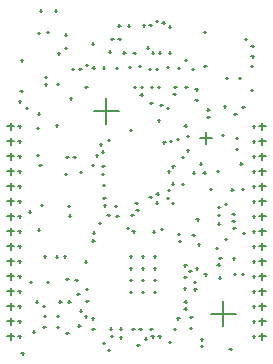
<source format=gbr>
%TF.GenerationSoftware,Altium Limited,Altium Designer,20.1.11 (218)*%
G04 Layer_Color=128*
%FSLAX26Y26*%
%MOIN*%
%TF.SameCoordinates,F1652399-7491-40A6-9504-01A14B245E9D*%
%TF.FilePolarity,Positive*%
%TF.FileFunction,Drillmap*%
%TF.Part,Single*%
G01*
G75*
%TA.AperFunction,NonConductor*%
%ADD81C,0.005000*%
D81*
X630473Y749058D02*
X670473D01*
X650473Y729058D02*
Y769058D01*
X-11811Y88190D02*
X11811D01*
X0Y76379D02*
Y100001D01*
X-11811Y138190D02*
X11811D01*
X0Y126379D02*
Y150001D01*
X-11811Y188190D02*
X11811D01*
X0Y176379D02*
Y200001D01*
X-11811Y238190D02*
X11811D01*
X0Y226379D02*
Y250001D01*
X-11811Y288190D02*
X11811D01*
X0Y276379D02*
Y300001D01*
X-11811Y338190D02*
X11811D01*
X0Y326379D02*
Y350001D01*
X-11811Y388190D02*
X11811D01*
X0Y376379D02*
Y400001D01*
X-11811Y438190D02*
X11811D01*
X0Y426379D02*
Y450001D01*
X-11811Y488190D02*
X11811D01*
X0Y476379D02*
Y500001D01*
X-11811Y538190D02*
X11811D01*
X0Y526379D02*
Y550001D01*
X-11811Y588190D02*
X11811D01*
X0Y576379D02*
Y600001D01*
X-11811Y638190D02*
X11811D01*
X0Y626379D02*
Y650001D01*
X-11811Y688190D02*
X11811D01*
X0Y676379D02*
Y700001D01*
X-11811Y738190D02*
X11811D01*
X0Y726379D02*
Y750001D01*
X-11811Y788190D02*
X11811D01*
X0Y776379D02*
Y800001D01*
X826772Y88190D02*
X850394D01*
X838583Y76379D02*
Y100001D01*
X826772Y138190D02*
X850394D01*
X838583Y126379D02*
Y150001D01*
X826772Y188190D02*
X850394D01*
X838583Y176379D02*
Y200001D01*
X826772Y238190D02*
X850394D01*
X838583Y226379D02*
Y250001D01*
X826772Y288190D02*
X850394D01*
X838583Y276379D02*
Y300001D01*
X826772Y338190D02*
X850394D01*
X838583Y326379D02*
Y350001D01*
X826772Y388190D02*
X850394D01*
X838583Y376379D02*
Y400001D01*
X826772Y438190D02*
X850394D01*
X838583Y426379D02*
Y450001D01*
X826772Y488190D02*
X850394D01*
X838583Y476379D02*
Y500001D01*
X826772Y538190D02*
X850394D01*
X838583Y526379D02*
Y550001D01*
X826772Y588190D02*
X850394D01*
X838583Y576379D02*
Y600001D01*
X826772Y638190D02*
X850394D01*
X838583Y626379D02*
Y650001D01*
X826772Y688190D02*
X850394D01*
X838583Y676379D02*
Y700001D01*
X826772Y738190D02*
X850394D01*
X838583Y726379D02*
Y750001D01*
X826772Y788190D02*
X850394D01*
X838583Y776379D02*
Y800001D01*
X665924Y164058D02*
X750924D01*
X708424Y121558D02*
Y206558D01*
X275924Y839058D02*
X360924D01*
X318424Y796558D02*
Y881558D01*
X492621Y1033925D02*
X500495D01*
X496558Y1029987D02*
Y1037861D01*
X107063Y188456D02*
X114937D01*
X111000Y184519D02*
Y192393D01*
X181097Y629458D02*
X188971D01*
X185034Y625521D02*
Y633395D01*
X310187Y525058D02*
X318061D01*
X314124Y521121D02*
Y528995D01*
X570421Y597000D02*
X578295D01*
X574358Y593063D02*
Y600937D01*
X215487Y277058D02*
X223361D01*
X219424Y273121D02*
Y280995D01*
X292415Y466986D02*
X300289D01*
X296352Y463049D02*
Y470923D01*
X553705Y747067D02*
X561579D01*
X557642Y743130D02*
Y751004D01*
X184487Y685388D02*
X192361D01*
X188424Y681451D02*
Y689325D01*
X389767Y1124058D02*
X397641D01*
X393704Y1120121D02*
Y1127995D01*
X520987Y987058D02*
X528861D01*
X524924Y983121D02*
Y990995D01*
X229787Y636158D02*
X237661D01*
X233724Y632221D02*
Y640095D01*
X270887Y658958D02*
X278761D01*
X274824Y655021D02*
Y662895D01*
X101063Y525628D02*
X108937D01*
X105000Y521691D02*
Y529565D01*
X94487Y659058D02*
X102361D01*
X98424Y655121D02*
Y662995D01*
X586705Y708000D02*
X594579D01*
X590642Y704063D02*
Y711937D01*
X586705Y756000D02*
X594579D01*
X590642Y752063D02*
Y759937D01*
X530988Y739000D02*
X538862D01*
X534925Y735063D02*
Y742937D01*
X161417Y204058D02*
X169291D01*
X165354Y200121D02*
Y207995D01*
X324063Y42000D02*
X331937D01*
X328000Y38063D02*
Y45937D01*
X307063Y67000D02*
X314937D01*
X311000Y63063D02*
Y70937D01*
X208661Y685388D02*
X216536D01*
X212599Y681451D02*
Y689325D01*
X308187Y550058D02*
X316061D01*
X312124Y546121D02*
Y553995D01*
X322065Y491991D02*
X329939D01*
X326002Y488054D02*
Y495928D01*
X543063Y112000D02*
X550937D01*
X547000Y108063D02*
Y115937D01*
X597487Y117058D02*
X605361D01*
X601424Y113121D02*
Y120995D01*
X615157Y911418D02*
X623031D01*
X619094Y907481D02*
Y915355D01*
X581647Y919058D02*
X589521D01*
X585584Y915121D02*
Y922995D01*
X395997Y776066D02*
X403871D01*
X399934Y772129D02*
Y780003D01*
X741127Y449658D02*
X749001D01*
X745064Y445721D02*
Y453595D01*
X739063Y348000D02*
X746937D01*
X743000Y344063D02*
Y351937D01*
X684092Y382560D02*
X691966D01*
X688029Y378623D02*
Y386497D01*
X714063Y413000D02*
X721937D01*
X718000Y409063D02*
Y416937D01*
X86617Y692918D02*
X94491D01*
X90554Y688981D02*
Y696855D01*
X120566Y1102979D02*
X128440D01*
X124503Y1099043D02*
Y1106917D01*
X179487Y1094058D02*
X187361D01*
X183424Y1090121D02*
Y1097995D01*
X157477Y1031498D02*
X165351D01*
X161414Y1027561D02*
Y1035435D01*
X203063Y979000D02*
X210937D01*
X207000Y975063D02*
Y982937D01*
X491063Y808000D02*
X498937D01*
X495000Y804063D02*
Y811937D01*
X537346Y597345D02*
X545220D01*
X541283Y593408D02*
Y601282D01*
X500487Y446058D02*
X508361D01*
X504424Y442121D02*
Y449995D01*
X537705Y531775D02*
X545579D01*
X541642Y527838D02*
Y535712D01*
X346487Y523426D02*
X354361D01*
X350424Y519489D02*
Y527363D01*
X482346Y534258D02*
X490221D01*
X486284Y530321D02*
Y538195D01*
X351587Y490058D02*
X359461D01*
X355524Y486121D02*
Y493995D01*
X150705Y791265D02*
X158579D01*
X154642Y787328D02*
Y795202D01*
X615157Y875988D02*
X623031D01*
X619094Y872051D02*
Y879925D01*
X485063Y564000D02*
X492937D01*
X489000Y560063D02*
Y567937D01*
X523063Y638000D02*
X530937D01*
X527000Y634063D02*
Y641937D01*
X473756Y437817D02*
X481630D01*
X477693Y433880D02*
Y441754D01*
X386063Y450000D02*
X393937D01*
X390000Y446063D02*
Y453937D01*
X405339Y437980D02*
X413213D01*
X409276Y434043D02*
Y441917D01*
X401487Y492058D02*
X409361D01*
X405424Y488121D02*
Y495995D01*
X606777Y634058D02*
X614651D01*
X610714Y630121D02*
Y637995D01*
X569063Y687000D02*
X576937D01*
X573000Y683063D02*
Y690937D01*
X703063Y760000D02*
X710937D01*
X707000Y756063D02*
Y763937D01*
X578705Y791067D02*
X586579D01*
X582642Y787130D02*
Y795004D01*
X654487Y844058D02*
X662361D01*
X658424Y840121D02*
Y847995D01*
X663387Y579758D02*
X671261D01*
X667324Y575821D02*
Y583695D01*
X687207Y639058D02*
X695081D01*
X691144Y635121D02*
Y642995D01*
X179487Y1049068D02*
X187361D01*
X183424Y1045131D02*
Y1053005D01*
X358267Y1124058D02*
X366141D01*
X362204Y1120121D02*
Y1127995D01*
X273187Y434358D02*
X281061D01*
X277124Y430421D02*
Y438295D01*
X618787Y477958D02*
X626661D01*
X622724Y474021D02*
Y481895D01*
X323063Y742000D02*
X330937D01*
X327000Y738063D02*
Y745937D01*
X538093Y655034D02*
X545967D01*
X542030Y651097D02*
Y658971D01*
X523627Y575481D02*
X531501D01*
X527564Y571544D02*
Y579418D01*
X304387Y629458D02*
X312261D01*
X308324Y625521D02*
Y633395D01*
X498063Y860000D02*
X505937D01*
X502000Y856063D02*
Y863937D01*
X542098Y895368D02*
X549972D01*
X546035Y891431D02*
Y899305D01*
X464643Y865304D02*
X472517D01*
X468580Y861367D02*
Y869241D01*
X432063Y894000D02*
X439937D01*
X436000Y890063D02*
Y897937D01*
X519487Y849048D02*
X527361D01*
X523424Y845111D02*
Y852985D01*
X304737Y656794D02*
X312611D01*
X308674Y652857D02*
Y660731D01*
X466647Y919928D02*
X474521D01*
X470584Y915991D02*
Y923865D01*
X304063Y704000D02*
X311937D01*
X308000Y700063D02*
Y707937D01*
X297063Y728000D02*
X304937D01*
X301000Y724063D02*
Y731937D01*
X520063Y550000D02*
X527937D01*
X524000Y546063D02*
Y553937D01*
X490237Y919008D02*
X498111D01*
X494174Y915071D02*
Y922945D01*
X508063Y735000D02*
X515937D01*
X512000Y731063D02*
Y738937D01*
X462063Y553000D02*
X469937D01*
X466000Y549063D02*
Y556937D01*
X415203Y531774D02*
X423077D01*
X419140Y527837D02*
Y535712D01*
X418487Y509058D02*
X426361D01*
X422424Y505121D02*
Y512995D01*
X271657Y407748D02*
X279531D01*
X275594Y403811D02*
Y411685D01*
X193787Y491058D02*
X201661D01*
X197724Y487121D02*
Y494995D01*
X306987Y592558D02*
X314861D01*
X310924Y588621D02*
Y596495D01*
X283279Y691366D02*
X291153D01*
X287216Y687429D02*
Y695303D01*
X25617Y138188D02*
X33491D01*
X29554Y134251D02*
Y142125D01*
X25617Y238188D02*
X33491D01*
X29554Y234251D02*
Y242125D01*
X25617Y288188D02*
X33491D01*
X29554Y284251D02*
Y292125D01*
X25617Y388188D02*
X33491D01*
X29554Y384251D02*
Y392125D01*
X25617Y438188D02*
X33491D01*
X29554Y434251D02*
Y442125D01*
X25617Y538188D02*
X33491D01*
X29554Y534251D02*
Y542125D01*
X25617Y638188D02*
X33491D01*
X29554Y634251D02*
Y642125D01*
X25617Y688188D02*
X33491D01*
X29554Y684251D02*
Y692125D01*
X25617Y788188D02*
X33491D01*
X29554Y784251D02*
Y792125D01*
X27197Y871338D02*
X35071D01*
X31134Y867401D02*
Y875275D01*
X34063Y1008000D02*
X41937D01*
X38000Y1004063D02*
Y1011937D01*
X110237Y155518D02*
X118111D01*
X114174Y151581D02*
Y159455D01*
X108237Y120078D02*
X116111D01*
X112174Y116141D02*
Y124015D01*
X82677Y204058D02*
X90551D01*
X86614Y200121D02*
Y207995D01*
X108987Y354558D02*
X116861D01*
X112924Y350621D02*
Y358495D01*
X89487Y444058D02*
X97361D01*
X93424Y440121D02*
Y447995D01*
X86617Y783468D02*
X94491D01*
X90554Y779531D02*
Y787405D01*
X113887Y928158D02*
X121761D01*
X117824Y924221D02*
Y932095D01*
X113962Y952274D02*
X121836D01*
X117899Y948337D02*
Y956211D01*
X89487Y1099058D02*
X97361D01*
X93424Y1095121D02*
Y1102995D01*
X96457Y1174058D02*
X104331D01*
X100394Y1170121D02*
Y1177995D01*
X153547Y155518D02*
X161421D01*
X157484Y151581D02*
Y159455D01*
X153547Y120078D02*
X161421D01*
X157484Y116141D02*
Y124015D01*
X191327Y204058D02*
X199201D01*
X195264Y200121D02*
Y207995D01*
X184487Y279058D02*
X192361D01*
X188424Y275121D02*
Y282995D01*
X177487Y355058D02*
X185361D01*
X181424Y351121D02*
Y358995D01*
X149487Y354058D02*
X157361D01*
X153424Y350121D02*
Y357995D01*
X191063Y522000D02*
X198937D01*
X195000Y518063D02*
Y525937D01*
X196777Y881348D02*
X204651D01*
X200714Y877411D02*
Y885285D01*
X153571Y930492D02*
X161445D01*
X157508Y926555D02*
Y934429D01*
X271657Y113348D02*
X279531D01*
X275594Y109411D02*
Y117285D01*
X270487Y148058D02*
X278361D01*
X274424Y144121D02*
Y151995D01*
X247487Y155058D02*
X255361D01*
X251424Y151121D02*
Y158995D01*
X251487Y206698D02*
X259361D01*
X255424Y202761D02*
Y210635D01*
X248037Y919058D02*
X255911D01*
X251974Y915121D02*
Y922995D01*
X249487Y993458D02*
X257361D01*
X253424Y989521D02*
Y997395D01*
X329487Y114058D02*
X337361D01*
X333424Y110121D02*
Y117995D01*
X326687Y1037458D02*
X334561D01*
X330624Y1033521D02*
Y1041395D01*
X334487Y1080058D02*
X342361D01*
X338424Y1076121D02*
Y1083995D01*
X358487Y1079058D02*
X366361D01*
X362424Y1075121D02*
Y1082995D01*
X421267Y59058D02*
X429141D01*
X425204Y55121D02*
Y62995D01*
X397637Y236228D02*
X405511D01*
X401574Y232291D02*
Y240165D01*
X437007Y236228D02*
X444881D01*
X440944Y232291D02*
Y240165D01*
X397637Y314968D02*
X405511D01*
X401574Y311031D02*
Y318905D01*
X397637Y275598D02*
X405511D01*
X401574Y271661D02*
Y279535D01*
X437007Y314968D02*
X444881D01*
X440944Y311031D02*
Y318905D01*
X437007Y275598D02*
X444881D01*
X440944Y271661D02*
Y279535D01*
X397637Y354968D02*
X405511D01*
X401574Y351031D02*
Y358905D01*
X437007Y354968D02*
X444881D01*
X440944Y351031D02*
Y358905D01*
X410587Y919058D02*
X418461D01*
X414524Y915121D02*
Y922995D01*
X433887Y919958D02*
X441761D01*
X437824Y916021D02*
Y923895D01*
X408487Y1033058D02*
X416361D01*
X412424Y1029121D02*
Y1036995D01*
X439198Y1124830D02*
X447072D01*
X443135Y1120893D02*
Y1128767D01*
X476377Y236228D02*
X484251D01*
X480314Y232291D02*
Y240165D01*
X476377Y314968D02*
X484251D01*
X480314Y311031D02*
Y318905D01*
X476377Y275598D02*
X484251D01*
X480314Y271661D02*
Y279535D01*
X476377Y354968D02*
X484251D01*
X480314Y351031D02*
Y358905D01*
X469487Y1033925D02*
X477361D01*
X473424Y1029988D02*
Y1037862D01*
X554687Y147858D02*
X562561D01*
X558624Y143921D02*
Y151795D01*
X597987Y152658D02*
X605861D01*
X601924Y148721D02*
Y156595D01*
X578487Y204058D02*
X586361D01*
X582424Y200121D02*
Y207995D01*
X594487Y305118D02*
X602361D01*
X598424Y301181D02*
Y309055D01*
X577837Y324808D02*
X585711D01*
X581774Y320871D02*
Y328745D01*
X577837Y285438D02*
X585711D01*
X581774Y281501D02*
Y289375D01*
X579487Y1009058D02*
X587361D01*
X583424Y1005121D02*
Y1012995D01*
X633487Y55118D02*
X641361D01*
X637424Y51181D02*
Y59055D01*
X632487Y78058D02*
X640361D01*
X636424Y74121D02*
Y81995D01*
X645487Y295058D02*
X653361D01*
X649424Y291121D02*
Y298995D01*
X642207Y634058D02*
X650081D01*
X646144Y630121D02*
Y637995D01*
X644341Y1103000D02*
X652215D01*
X648278Y1099063D02*
Y1106937D01*
X728487Y47058D02*
X736361D01*
X732424Y43121D02*
Y50995D01*
X742487Y296058D02*
X750361D01*
X746424Y292121D02*
Y299995D01*
X738487Y473038D02*
X746361D01*
X742424Y469101D02*
Y476975D01*
X713787Y528458D02*
X721661D01*
X717724Y524521D02*
Y532395D01*
X749057Y713628D02*
X756931D01*
X752994Y709691D02*
Y717565D01*
X711063Y855000D02*
X718937D01*
X715000Y851063D02*
Y858937D01*
X759847Y949418D02*
X767721D01*
X763784Y945481D02*
Y953355D01*
X716537Y949058D02*
X724411D01*
X720474Y945121D02*
Y952995D01*
X805787Y138188D02*
X813661D01*
X809724Y134251D02*
Y142125D01*
X805787Y238188D02*
X813661D01*
X809724Y234251D02*
Y242125D01*
X805787Y288188D02*
X813661D01*
X809724Y284251D02*
Y292125D01*
X805787Y388188D02*
X813661D01*
X809724Y384251D02*
Y392125D01*
X805787Y438188D02*
X813661D01*
X809724Y434251D02*
Y442125D01*
X805787Y538188D02*
X813661D01*
X809724Y534251D02*
Y542125D01*
X805787Y638188D02*
X813661D01*
X809724Y634251D02*
Y642125D01*
X805787Y688188D02*
X813661D01*
X809724Y684251D02*
Y692125D01*
X805787Y788188D02*
X813661D01*
X809724Y784251D02*
Y792125D01*
X801777Y1021338D02*
X809651D01*
X805714Y1017401D02*
Y1025275D01*
X25617Y188188D02*
X33491D01*
X29554Y184251D02*
Y192125D01*
X25617Y88188D02*
X33491D01*
X29554Y84251D02*
Y92125D01*
X35562Y31500D02*
X43437D01*
X39499Y27562D02*
Y35437D01*
X25617Y488188D02*
X33491D01*
X29554Y484251D02*
Y492125D01*
X25617Y338188D02*
X33491D01*
X29554Y334251D02*
Y342125D01*
X25617Y738188D02*
X33491D01*
X29554Y734251D02*
Y742125D01*
X25617Y588188D02*
X33491D01*
X29554Y584251D02*
Y592125D01*
X31811Y906768D02*
X39685D01*
X35748Y902831D02*
Y910705D01*
X72447Y104058D02*
X80321D01*
X76384Y100121D02*
Y107995D01*
X120077Y269058D02*
X127951D01*
X124014Y265121D02*
Y272995D01*
X89487Y830708D02*
X97361D01*
X93424Y826771D02*
Y834645D01*
X184487Y99058D02*
X192361D01*
X188424Y95121D02*
Y102995D01*
X229487Y174058D02*
X237361D01*
X233424Y170121D02*
Y177995D01*
X249487Y246068D02*
X257361D01*
X253424Y242131D02*
Y250005D01*
X246287Y337758D02*
X254161D01*
X250224Y333821D02*
Y341695D01*
X269487Y1064058D02*
X277361D01*
X273424Y1060121D02*
Y1067995D01*
X271767Y984058D02*
X279641D01*
X275704Y980121D02*
Y987995D01*
X228347Y979058D02*
X236221D01*
X232284Y975121D02*
Y982995D01*
X333487Y90058D02*
X341361D01*
X337424Y86121D02*
Y93995D01*
X349804Y982601D02*
X357678D01*
X353741Y978664D02*
Y986538D01*
X428487Y112058D02*
X436361D01*
X432424Y108121D02*
Y115995D01*
X404686Y112058D02*
X412560D01*
X408623Y108121D02*
Y115995D01*
X392875Y985658D02*
X400749D01*
X396812Y981721D02*
Y989595D01*
X426063Y988776D02*
X433937D01*
X430000Y984839D02*
Y992713D01*
X468487Y88058D02*
X476361D01*
X472424Y84121D02*
Y91995D01*
X491859Y87953D02*
X499733D01*
X495796Y84016D02*
Y91889D01*
X482487Y978958D02*
X490361D01*
X486424Y975021D02*
Y982895D01*
X505063Y1134000D02*
X512937D01*
X509000Y1130063D02*
Y1137937D01*
X482346Y1138492D02*
X490221D01*
X486284Y1134555D02*
Y1142429D01*
X578487Y181058D02*
X586361D01*
X582424Y177121D02*
Y184995D01*
X577487Y248058D02*
X585361D01*
X581424Y244121D02*
Y251995D01*
X559487Y407058D02*
X567361D01*
X563424Y403121D02*
Y410995D01*
X556487Y430058D02*
X564361D01*
X560424Y426121D02*
Y433995D01*
X557487Y982058D02*
X565361D01*
X561424Y978121D02*
Y985995D01*
X654487Y819058D02*
X662361D01*
X658424Y815121D02*
Y822995D01*
X629487Y664048D02*
X637361D01*
X633424Y660111D02*
Y667985D01*
X644487Y989048D02*
X652361D01*
X648424Y985111D02*
Y992985D01*
X738487Y497058D02*
X746361D01*
X742424Y493121D02*
Y500995D01*
X749487Y749058D02*
X757361D01*
X753424Y745121D02*
Y752995D01*
X744487Y829058D02*
X752361D01*
X748424Y825121D02*
Y832995D01*
X734587Y577558D02*
X742461D01*
X738524Y573621D02*
Y581495D01*
X805787Y188188D02*
X813661D01*
X809724Y184251D02*
Y192125D01*
X805787Y88188D02*
X813661D01*
X809724Y84251D02*
Y92125D01*
X805787Y488188D02*
X813661D01*
X809724Y484251D02*
Y492125D01*
X805787Y338188D02*
X813661D01*
X809724Y334251D02*
Y342125D01*
X805787Y738188D02*
X813661D01*
X809724Y734251D02*
Y742125D01*
X805787Y588188D02*
X813661D01*
X809724Y584251D02*
Y592125D01*
X801777Y1056778D02*
X809651D01*
X805714Y1052841D02*
Y1060715D01*
X799487Y989058D02*
X807361D01*
X803424Y985121D02*
Y992995D01*
X799487Y909058D02*
X807361D01*
X803424Y905121D02*
Y912995D01*
X224487Y124018D02*
X232361D01*
X228424Y120081D02*
Y127955D01*
X221487Y229058D02*
X229361D01*
X225424Y225121D02*
Y232995D01*
X49487Y849048D02*
X57361D01*
X53424Y845111D02*
Y852985D01*
X147637Y1174058D02*
X155511D01*
X151574Y1170121D02*
Y1177995D01*
X363487Y84648D02*
X371361D01*
X367424Y80711D02*
Y88585D01*
X446527Y81038D02*
X454401D01*
X450464Y77101D02*
Y84975D01*
X526063Y70000D02*
X533937D01*
X530000Y66063D02*
Y73937D01*
X364177Y114178D02*
X372051D01*
X368114Y110241D02*
Y118115D01*
X544487Y919058D02*
X552361D01*
X548424Y915121D02*
Y922995D01*
X526487Y1034058D02*
X534361D01*
X530424Y1030121D02*
Y1037995D01*
X374487Y1034058D02*
X382361D01*
X378424Y1030121D02*
Y1037995D01*
X526063Y1121000D02*
X533937D01*
X530000Y1117063D02*
Y1124937D01*
X611177Y244568D02*
X619051D01*
X615114Y240631D02*
Y248505D01*
X617487Y315058D02*
X625361D01*
X621424Y311121D02*
Y318995D01*
X693017Y284088D02*
X700891D01*
X696954Y280151D02*
Y288025D01*
X769462Y297208D02*
X777336D01*
X773399Y293271D02*
Y301145D01*
X623487Y395058D02*
X631361D01*
X627424Y391121D02*
Y398995D01*
X689487Y464058D02*
X697361D01*
X693424Y460121D02*
Y467995D01*
X689487Y519058D02*
X697361D01*
X693424Y515121D02*
Y522995D01*
X771647Y852368D02*
X779521D01*
X775584Y848431D02*
Y856305D01*
X779487Y1079068D02*
X787361D01*
X783424Y1075131D02*
Y1083005D01*
X59487Y504058D02*
X67361D01*
X63424Y500121D02*
Y507995D01*
X62987Y269058D02*
X70861D01*
X66924Y265121D02*
Y272995D01*
X464567Y112208D02*
X472441D01*
X468504Y108271D02*
Y116145D01*
X307087Y984058D02*
X314961D01*
X311024Y980121D02*
Y987995D01*
X459767Y978958D02*
X467641D01*
X463704Y975021D02*
Y982895D01*
X461820Y1126892D02*
X469695D01*
X465757Y1122955D02*
Y1130829D01*
X453063Y1051000D02*
X460937D01*
X457000Y1047063D02*
Y1054937D01*
X689487Y492718D02*
X697361D01*
X693424Y488781D02*
Y496655D01*
X610987Y268858D02*
X618861D01*
X614924Y264921D02*
Y272795D01*
X605487Y427058D02*
X613361D01*
X609424Y423121D02*
Y430995D01*
X694737Y349378D02*
X702611D01*
X698674Y345441D02*
Y353315D01*
X688937Y327408D02*
X696811D01*
X692874Y323471D02*
Y331345D01*
X773887Y431858D02*
X781761D01*
X777824Y427921D02*
Y435795D01*
X769087Y579458D02*
X776961D01*
X773024Y575521D02*
Y583395D01*
X764487Y664058D02*
X772361D01*
X768424Y660121D02*
Y667995D01*
X602994Y978431D02*
X610868D01*
X606931Y974494D02*
Y982368D01*
%TF.MD5,03465ed79de8ed2e163f1e2eabe20b14*%
M02*

</source>
